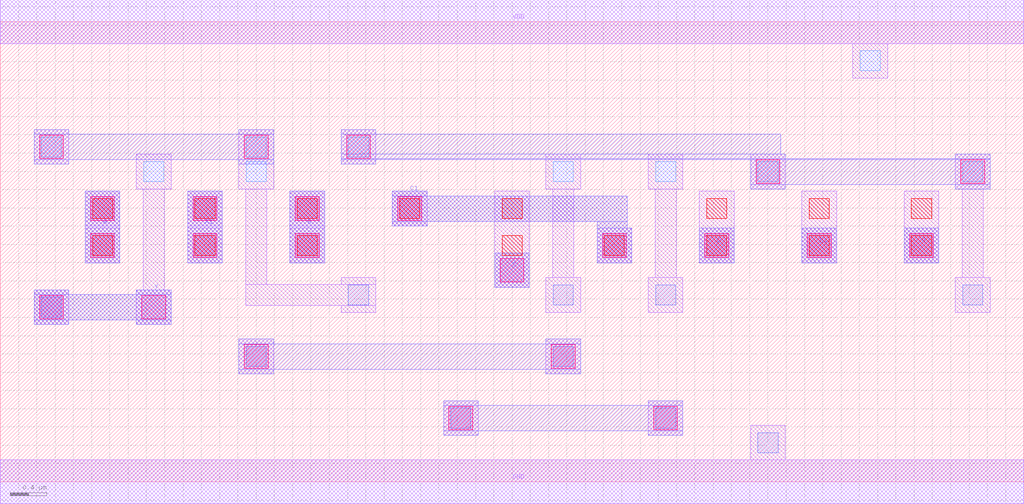
<source format=lef>
MACRO AOOAAOI21212
 CLASS CORE ;
 FOREIGN AOOAAOI21212 0 0 ;
 SIZE 11.200000000000001 BY 5.04 ;
 ORIGIN 0 0 ;
 SYMMETRY X Y R90 ;
 SITE unit ;
  PIN VDD
   DIRECTION INOUT ;
   USE POWER ;
   SHAPE ABUTMENT ;
    PORT
     CLASS CORE ;
       LAYER met1 ;
        RECT 0.00000000 4.80000000 11.20000000 5.28000000 ;
    END
  END VDD

  PIN GND
   DIRECTION INOUT ;
   USE POWER ;
   SHAPE ABUTMENT ;
    PORT
     CLASS CORE ;
       LAYER met1 ;
        RECT 0.00000000 -0.24000000 11.20000000 0.24000000 ;
    END
  END GND

  PIN Y
   DIRECTION INOUT ;
   USE SIGNAL ;
   SHAPE ABUTMENT ;
    PORT
     CLASS CORE ;
       LAYER met2 ;
        RECT 0.37000000 1.72200000 0.75000000 1.77200000 ;
        RECT 1.49000000 1.72200000 1.87000000 1.77200000 ;
        RECT 0.37000000 1.77200000 1.87000000 2.05200000 ;
        RECT 0.37000000 2.05200000 0.75000000 2.10200000 ;
        RECT 1.49000000 2.05200000 1.87000000 2.10200000 ;
    END
  END Y

  PIN C
   DIRECTION INOUT ;
   USE SIGNAL ;
   SHAPE ABUTMENT ;
    PORT
     CLASS CORE ;
       LAYER met2 ;
        RECT 5.41000000 2.12700000 5.79000000 2.50700000 ;
    END
  END C

  PIN E1
   DIRECTION INOUT ;
   USE SIGNAL ;
   SHAPE ABUTMENT ;
    PORT
     CLASS CORE ;
       LAYER met2 ;
        RECT 8.77000000 2.39700000 9.15000000 2.77700000 ;
    END
  END E1

  PIN D
   DIRECTION INOUT ;
   USE SIGNAL ;
   SHAPE ABUTMENT ;
    PORT
     CLASS CORE ;
       LAYER met2 ;
        RECT 7.65000000 2.39700000 8.03000000 2.77700000 ;
    END
  END D

  PIN B
   DIRECTION INOUT ;
   USE SIGNAL ;
   SHAPE ABUTMENT ;
    PORT
     CLASS CORE ;
       LAYER met2 ;
        RECT 3.17000000 2.39700000 3.55000000 3.18200000 ;
    END
  END B

  PIN A
   DIRECTION INOUT ;
   USE SIGNAL ;
   SHAPE ABUTMENT ;
    PORT
     CLASS CORE ;
       LAYER met2 ;
        RECT 0.93000000 2.39700000 1.31000000 3.18200000 ;
    END
  END A

  PIN A1
   DIRECTION INOUT ;
   USE SIGNAL ;
   SHAPE ABUTMENT ;
    PORT
     CLASS CORE ;
       LAYER met2 ;
        RECT 2.05000000 2.39700000 2.43000000 3.18200000 ;
    END
  END A1

  PIN E
   DIRECTION INOUT ;
   USE SIGNAL ;
   SHAPE ABUTMENT ;
    PORT
     CLASS CORE ;
       LAYER met2 ;
        RECT 9.89000000 2.39700000 10.27000000 2.77700000 ;
    END
  END E

  PIN C1
   DIRECTION INOUT ;
   USE SIGNAL ;
   SHAPE ABUTMENT ;
    PORT
     CLASS CORE ;
       LAYER met2 ;
        RECT 6.53000000 2.39700000 6.91000000 2.77700000 ;
        RECT 4.29000000 2.80200000 4.67000000 2.85200000 ;
        RECT 6.53000000 2.77700000 6.86000000 2.85200000 ;
        RECT 4.29000000 2.85200000 6.86000000 3.13200000 ;
        RECT 4.29000000 3.13200000 4.67000000 3.18200000 ;
    END
  END C1

 OBS
    LAYER polycont ;
     RECT 1.01000000 2.47700000 1.23000000 2.69700000 ;
     RECT 2.13000000 2.47700000 2.35000000 2.69700000 ;
     RECT 3.25000000 2.47700000 3.47000000 2.69700000 ;
     RECT 5.49000000 2.47700000 5.71000000 2.69700000 ;
     RECT 6.61000000 2.47700000 6.83000000 2.69700000 ;
     RECT 7.73000000 2.47700000 7.95000000 2.69700000 ;
     RECT 8.85000000 2.47700000 9.07000000 2.69700000 ;
     RECT 9.97000000 2.47700000 10.19000000 2.69700000 ;
     RECT 1.01000000 2.88200000 1.23000000 3.10200000 ;
     RECT 2.13000000 2.88200000 2.35000000 3.10200000 ;
     RECT 3.25000000 2.88200000 3.47000000 3.10200000 ;
     RECT 4.37000000 2.88200000 4.59000000 3.10200000 ;
     RECT 5.49000000 2.88200000 5.71000000 3.10200000 ;
     RECT 7.73000000 2.88200000 7.95000000 3.10200000 ;
     RECT 8.85000000 2.88200000 9.07000000 3.10200000 ;
     RECT 9.97000000 2.88200000 10.19000000 3.10200000 ;

    LAYER pdiffc ;
     RECT 1.57000000 3.28700000 1.79000000 3.50700000 ;
     RECT 2.69000000 3.28700000 2.91000000 3.50700000 ;
     RECT 6.05000000 3.28700000 6.27000000 3.50700000 ;
     RECT 7.17000000 3.28700000 7.39000000 3.50700000 ;
     RECT 8.29000000 3.28700000 8.51000000 3.50700000 ;
     RECT 10.53000000 3.28700000 10.75000000 3.50700000 ;
     RECT 0.45000000 3.55700000 0.67000000 3.77700000 ;
     RECT 2.69000000 3.55700000 2.91000000 3.77700000 ;
     RECT 3.81000000 3.55700000 4.03000000 3.77700000 ;
     RECT 9.41000000 4.50200000 9.63000000 4.72200000 ;

    LAYER ndiffc ;
     RECT 8.29000000 0.31700000 8.51000000 0.53700000 ;
     RECT 4.93000000 0.58700000 5.15000000 0.80700000 ;
     RECT 7.17000000 0.58700000 7.39000000 0.80700000 ;
     RECT 2.69000000 1.26200000 2.91000000 1.48200000 ;
     RECT 6.05000000 1.26200000 6.27000000 1.48200000 ;
     RECT 0.45000000 1.80200000 0.67000000 2.02200000 ;
     RECT 3.81000000 1.93700000 4.03000000 2.15700000 ;
     RECT 6.05000000 1.93700000 6.27000000 2.15700000 ;
     RECT 7.17000000 1.93700000 7.39000000 2.15700000 ;
     RECT 10.53000000 1.93700000 10.75000000 2.15700000 ;

    LAYER met1 ;
     RECT 0.00000000 -0.24000000 11.20000000 0.24000000 ;
     RECT 8.21000000 0.24000000 8.59000000 0.61700000 ;
     RECT 4.85000000 0.50700000 5.23000000 0.88700000 ;
     RECT 7.09000000 0.50700000 7.47000000 0.88700000 ;
     RECT 2.61000000 1.18200000 2.99000000 1.56200000 ;
     RECT 5.97000000 1.18200000 6.35000000 1.56200000 ;
     RECT 0.37000000 1.72200000 0.75000000 2.10200000 ;
     RECT 0.93000000 2.39700000 1.31000000 2.77700000 ;
     RECT 2.05000000 2.39700000 2.43000000 2.77700000 ;
     RECT 3.17000000 2.39700000 3.55000000 2.77700000 ;
     RECT 6.53000000 2.39700000 6.91000000 2.77700000 ;
     RECT 0.93000000 2.80200000 1.31000000 3.18200000 ;
     RECT 2.05000000 2.80200000 2.43000000 3.18200000 ;
     RECT 3.17000000 2.80200000 3.55000000 3.18200000 ;
     RECT 4.29000000 2.80200000 4.67000000 3.18200000 ;
     RECT 5.41000000 2.12700000 5.79000000 3.18200000 ;
     RECT 7.65000000 2.39700000 8.03000000 3.18200000 ;
     RECT 8.77000000 2.39700000 9.15000000 3.18200000 ;
     RECT 9.89000000 2.39700000 10.27000000 3.18200000 ;
     RECT 1.49000000 1.72200000 1.87000000 2.10200000 ;
     RECT 1.56500000 2.10200000 1.79500000 3.20700000 ;
     RECT 1.49000000 3.20700000 1.87000000 3.58700000 ;
     RECT 5.97000000 1.85700000 6.35000000 2.23700000 ;
     RECT 6.04500000 2.23700000 6.27500000 3.20700000 ;
     RECT 5.97000000 3.20700000 6.35000000 3.58700000 ;
     RECT 7.09000000 1.85700000 7.47000000 2.23700000 ;
     RECT 7.16500000 2.23700000 7.39500000 3.20700000 ;
     RECT 7.09000000 3.20700000 7.47000000 3.58700000 ;
     RECT 8.21000000 3.20700000 8.59000000 3.58700000 ;
     RECT 10.45000000 1.85700000 10.83000000 2.23700000 ;
     RECT 10.52500000 2.23700000 10.75500000 3.20700000 ;
     RECT 10.45000000 3.20700000 10.83000000 3.58700000 ;
     RECT 0.37000000 3.47700000 0.75000000 3.85700000 ;
     RECT 3.73000000 1.85700000 4.11000000 1.93200000 ;
     RECT 2.68500000 1.93200000 4.11000000 2.16200000 ;
     RECT 3.73000000 2.16200000 4.11000000 2.23700000 ;
     RECT 2.68500000 2.16200000 2.91500000 3.20700000 ;
     RECT 2.61000000 3.20700000 2.99000000 3.85700000 ;
     RECT 3.73000000 3.47700000 4.11000000 3.85700000 ;
     RECT 9.33000000 4.42200000 9.71000000 4.80000000 ;
     RECT 0.00000000 4.80000000 11.20000000 5.28000000 ;

    LAYER via1 ;
     RECT 4.91000000 0.56700000 5.17000000 0.82700000 ;
     RECT 7.15000000 0.56700000 7.41000000 0.82700000 ;
     RECT 2.67000000 1.24200000 2.93000000 1.50200000 ;
     RECT 6.03000000 1.24200000 6.29000000 1.50200000 ;
     RECT 0.43000000 1.78200000 0.69000000 2.04200000 ;
     RECT 1.55000000 1.78200000 1.81000000 2.04200000 ;
     RECT 5.47000000 2.18700000 5.73000000 2.44700000 ;
     RECT 0.99000000 2.45700000 1.25000000 2.71700000 ;
     RECT 2.11000000 2.45700000 2.37000000 2.71700000 ;
     RECT 3.23000000 2.45700000 3.49000000 2.71700000 ;
     RECT 6.59000000 2.45700000 6.85000000 2.71700000 ;
     RECT 7.71000000 2.45700000 7.97000000 2.71700000 ;
     RECT 8.83000000 2.45700000 9.09000000 2.71700000 ;
     RECT 9.95000000 2.45700000 10.21000000 2.71700000 ;
     RECT 0.99000000 2.86200000 1.25000000 3.12200000 ;
     RECT 2.11000000 2.86200000 2.37000000 3.12200000 ;
     RECT 3.23000000 2.86200000 3.49000000 3.12200000 ;
     RECT 4.35000000 2.86200000 4.61000000 3.12200000 ;
     RECT 8.27000000 3.26700000 8.53000000 3.52700000 ;
     RECT 10.51000000 3.26700000 10.77000000 3.52700000 ;
     RECT 0.43000000 3.53700000 0.69000000 3.79700000 ;
     RECT 2.67000000 3.53700000 2.93000000 3.79700000 ;
     RECT 3.79000000 3.53700000 4.05000000 3.79700000 ;

    LAYER met2 ;
     RECT 4.85000000 0.50700000 5.23000000 0.55700000 ;
     RECT 7.09000000 0.50700000 7.47000000 0.55700000 ;
     RECT 4.85000000 0.55700000 7.47000000 0.83700000 ;
     RECT 4.85000000 0.83700000 5.23000000 0.88700000 ;
     RECT 7.09000000 0.83700000 7.47000000 0.88700000 ;
     RECT 2.61000000 1.18200000 2.99000000 1.23200000 ;
     RECT 5.97000000 1.18200000 6.35000000 1.23200000 ;
     RECT 2.61000000 1.23200000 6.35000000 1.51200000 ;
     RECT 2.61000000 1.51200000 2.99000000 1.56200000 ;
     RECT 5.97000000 1.51200000 6.35000000 1.56200000 ;
     RECT 0.37000000 1.72200000 0.75000000 1.77200000 ;
     RECT 1.49000000 1.72200000 1.87000000 1.77200000 ;
     RECT 0.37000000 1.77200000 1.87000000 2.05200000 ;
     RECT 0.37000000 2.05200000 0.75000000 2.10200000 ;
     RECT 1.49000000 2.05200000 1.87000000 2.10200000 ;
     RECT 5.41000000 2.12700000 5.79000000 2.50700000 ;
     RECT 7.65000000 2.39700000 8.03000000 2.77700000 ;
     RECT 8.77000000 2.39700000 9.15000000 2.77700000 ;
     RECT 9.89000000 2.39700000 10.27000000 2.77700000 ;
     RECT 0.93000000 2.39700000 1.31000000 3.18200000 ;
     RECT 2.05000000 2.39700000 2.43000000 3.18200000 ;
     RECT 3.17000000 2.39700000 3.55000000 3.18200000 ;
     RECT 6.53000000 2.39700000 6.91000000 2.77700000 ;
     RECT 4.29000000 2.80200000 4.67000000 2.85200000 ;
     RECT 6.53000000 2.77700000 6.86000000 2.85200000 ;
     RECT 4.29000000 2.85200000 6.86000000 3.13200000 ;
     RECT 4.29000000 3.13200000 4.67000000 3.18200000 ;
     RECT 0.37000000 3.47700000 0.75000000 3.52700000 ;
     RECT 2.61000000 3.47700000 2.99000000 3.52700000 ;
     RECT 0.37000000 3.52700000 2.99000000 3.80700000 ;
     RECT 0.37000000 3.80700000 0.75000000 3.85700000 ;
     RECT 2.61000000 3.80700000 2.99000000 3.85700000 ;
     RECT 8.21000000 3.20700000 8.59000000 3.25700000 ;
     RECT 10.45000000 3.20700000 10.83000000 3.25700000 ;
     RECT 3.73000000 3.47700000 4.11000000 3.52700000 ;
     RECT 8.21000000 3.25700000 10.83000000 3.52700000 ;
     RECT 3.73000000 3.52700000 10.83000000 3.53700000 ;
     RECT 3.73000000 3.53700000 8.59000000 3.58700000 ;
     RECT 10.45000000 3.53700000 10.83000000 3.58700000 ;
     RECT 3.73000000 3.58700000 8.54000000 3.80700000 ;
     RECT 3.73000000 3.80700000 4.11000000 3.85700000 ;

 END
END AOOAAOI21212

</source>
